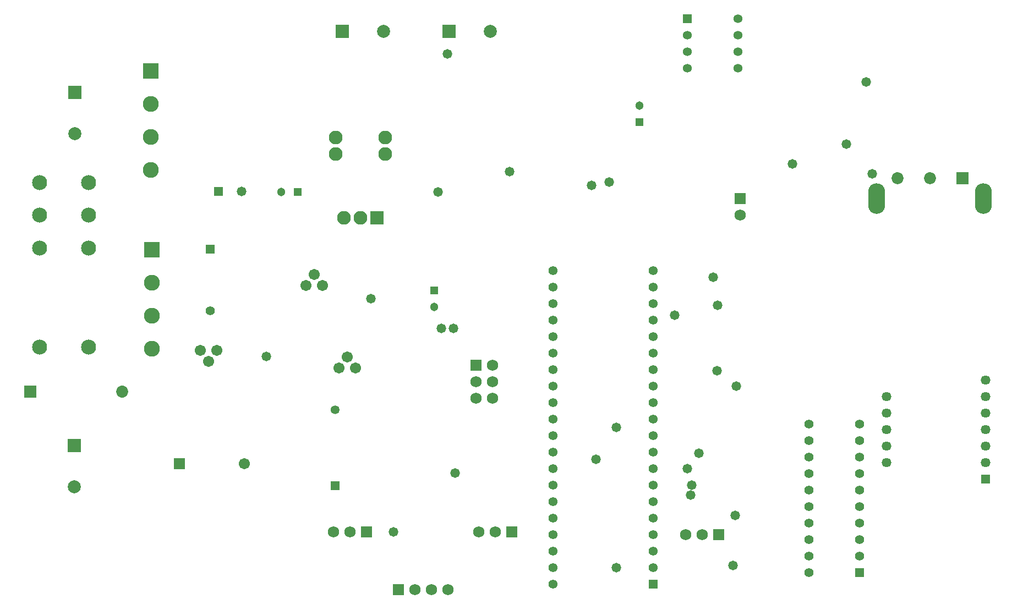
<source format=gbr>
G04*
G04 #@! TF.GenerationSoftware,Altium Limited,Altium Designer,22.4.2 (48)*
G04*
G04 Layer_Color=16711935*
%FSLAX25Y25*%
%MOIN*%
G70*
G04*
G04 #@! TF.SameCoordinates,97987FA3-2DFC-465C-9EA8-C567EA978DF9*
G04*
G04*
G04 #@! TF.FilePolarity,Negative*
G04*
G01*
G75*
%ADD54C,0.06706*%
%ADD55R,0.07887X0.07887*%
%ADD56C,0.07887*%
%ADD57C,0.05769*%
%ADD58R,0.05769X0.05769*%
%ADD59R,0.07887X0.07887*%
%ADD60R,0.09599X0.09599*%
%ADD61C,0.09599*%
%ADD62C,0.09068*%
%ADD63R,0.07296X0.07296*%
%ADD64C,0.07296*%
%ADD65R,0.05131X0.05131*%
%ADD66C,0.05131*%
%ADD67R,0.05820X0.05820*%
%ADD68C,0.05820*%
%ADD69R,0.06706X0.06706*%
%ADD70R,0.05524X0.05524*%
%ADD71C,0.05524*%
%ADD72R,0.08359X0.08359*%
%ADD73C,0.08359*%
%ADD74C,0.08300*%
%ADD75R,0.05359X0.05359*%
%ADD76C,0.05359*%
%ADD77R,0.05131X0.05131*%
%ADD78R,0.06902X0.06902*%
%ADD79C,0.06902*%
%ADD80R,0.05461X0.05461*%
%ADD81C,0.05461*%
%ADD82R,0.06902X0.06902*%
%ADD83R,0.05328X0.05328*%
%ADD84C,0.05328*%
%ADD85R,0.05485X0.05485*%
%ADD86C,0.05485*%
%ADD87C,0.07284*%
%ADD88R,0.07284X0.07284*%
G04:AMPARAMS|DCode=89|XSize=102.36mil|YSize=185.04mil|CornerRadius=51.18mil|HoleSize=0mil|Usage=FLASHONLY|Rotation=0.000|XOffset=0mil|YOffset=0mil|HoleType=Round|Shape=RoundedRectangle|*
%AMROUNDEDRECTD89*
21,1,0.10236,0.08268,0,0,0.0*
21,1,0.00000,0.18504,0,0,0.0*
1,1,0.10236,0.00000,-0.04134*
1,1,0.10236,0.00000,-0.04134*
1,1,0.10236,0.00000,0.04134*
1,1,0.10236,0.00000,0.04134*
%
%ADD89ROUNDEDRECTD89*%
G04:AMPARAMS|DCode=90|XSize=102.36mil|YSize=185.04mil|CornerRadius=51.18mil|HoleSize=0mil|Usage=FLASHONLY|Rotation=0.000|XOffset=0mil|YOffset=0mil|HoleType=Round|Shape=RoundedRectangle|*
%AMROUNDEDRECTD90*
21,1,0.10236,0.08268,0,0,0.0*
21,1,0.00000,0.18504,0,0,0.0*
1,1,0.10236,0.00000,-0.04134*
1,1,0.10236,0.00000,-0.04134*
1,1,0.10236,0.00000,0.04134*
1,1,0.10236,0.00000,0.04134*
%
%ADD90ROUNDEDRECTD90*%
%ADD91C,0.05800*%
D54*
X212500Y273000D02*
D03*
X217500Y266500D02*
D03*
X222500Y273000D02*
D03*
X296500Y262500D02*
D03*
X301500Y269000D02*
D03*
X306500Y262500D02*
D03*
X286500Y312563D02*
D03*
X281500Y319063D02*
D03*
X276500Y312563D02*
D03*
X239000Y204500D02*
D03*
D55*
X298500Y466500D02*
D03*
X363000D02*
D03*
D56*
X323500D02*
D03*
X136500Y404500D02*
D03*
X136000Y190500D02*
D03*
X388000Y466500D02*
D03*
D57*
X628000Y225000D02*
D03*
Y215000D02*
D03*
Y205000D02*
D03*
Y235000D02*
D03*
Y245000D02*
D03*
X688000Y225000D02*
D03*
Y235000D02*
D03*
Y245000D02*
D03*
Y215000D02*
D03*
Y205000D02*
D03*
Y255000D02*
D03*
D58*
Y195000D02*
D03*
D59*
X136500Y429500D02*
D03*
X136000Y215500D02*
D03*
D60*
X182500Y442500D02*
D03*
X183000Y334000D02*
D03*
D61*
X182500Y422500D02*
D03*
Y402500D02*
D03*
Y382500D02*
D03*
X183000Y314000D02*
D03*
Y294000D02*
D03*
Y274000D02*
D03*
D62*
X144764Y275000D02*
D03*
Y335079D02*
D03*
Y354921D02*
D03*
Y374764D02*
D03*
X115236D02*
D03*
Y354921D02*
D03*
Y335079D02*
D03*
Y275000D02*
D03*
D63*
X109488Y248000D02*
D03*
D64*
X165000D02*
D03*
D65*
X271343Y369000D02*
D03*
D66*
X261500D02*
D03*
X478500Y421343D02*
D03*
X354000Y299500D02*
D03*
D67*
X223500Y369500D02*
D03*
D68*
X237280D02*
D03*
D69*
X199630Y204500D02*
D03*
D70*
X218500Y334402D02*
D03*
D71*
Y297000D02*
D03*
D72*
X319500Y353500D02*
D03*
D73*
X309500D02*
D03*
X299500D02*
D03*
D74*
X324500Y392000D02*
D03*
Y402000D02*
D03*
X294500D02*
D03*
Y392000D02*
D03*
D75*
X507500Y474000D02*
D03*
D76*
Y464000D02*
D03*
Y454000D02*
D03*
Y444000D02*
D03*
X538248D02*
D03*
Y454000D02*
D03*
Y464000D02*
D03*
Y474000D02*
D03*
D77*
X478500Y411500D02*
D03*
X354000Y309343D02*
D03*
D78*
X401000Y163000D02*
D03*
X313000D02*
D03*
X332500Y128000D02*
D03*
X526500Y161500D02*
D03*
D79*
X391000Y163000D02*
D03*
X381000D02*
D03*
X303000D02*
D03*
X293000D02*
D03*
X539500Y355000D02*
D03*
X389500Y264000D02*
D03*
X379500Y254000D02*
D03*
Y244000D02*
D03*
X389500Y254000D02*
D03*
Y244000D02*
D03*
X342500Y128000D02*
D03*
X352500D02*
D03*
X362500D02*
D03*
X516500Y161500D02*
D03*
X506500D02*
D03*
D80*
X486748Y131500D02*
D03*
D81*
Y141500D02*
D03*
Y151500D02*
D03*
Y161500D02*
D03*
Y171500D02*
D03*
Y181500D02*
D03*
Y191500D02*
D03*
Y201500D02*
D03*
Y211500D02*
D03*
Y221500D02*
D03*
Y231500D02*
D03*
Y241500D02*
D03*
Y251500D02*
D03*
Y261500D02*
D03*
Y271500D02*
D03*
Y281500D02*
D03*
Y291500D02*
D03*
Y301500D02*
D03*
Y311500D02*
D03*
Y321500D02*
D03*
X426000D02*
D03*
Y311500D02*
D03*
Y301500D02*
D03*
Y291500D02*
D03*
Y281500D02*
D03*
Y271500D02*
D03*
Y261500D02*
D03*
Y251500D02*
D03*
Y241500D02*
D03*
Y231500D02*
D03*
Y221500D02*
D03*
Y211500D02*
D03*
Y201500D02*
D03*
Y191500D02*
D03*
Y181500D02*
D03*
Y171500D02*
D03*
Y161500D02*
D03*
Y151500D02*
D03*
Y141500D02*
D03*
Y131500D02*
D03*
D82*
X539500Y365000D02*
D03*
X379500Y264000D02*
D03*
D83*
X294000Y190937D02*
D03*
D84*
Y237000D02*
D03*
D85*
X611618Y138500D02*
D03*
D86*
Y148500D02*
D03*
Y158500D02*
D03*
Y168500D02*
D03*
Y178500D02*
D03*
Y188500D02*
D03*
Y198500D02*
D03*
Y208500D02*
D03*
Y218500D02*
D03*
Y228500D02*
D03*
X580988D02*
D03*
Y218500D02*
D03*
Y208500D02*
D03*
Y198500D02*
D03*
Y188500D02*
D03*
Y178500D02*
D03*
Y168500D02*
D03*
Y158500D02*
D03*
Y148500D02*
D03*
Y138500D02*
D03*
D87*
X634815Y377331D02*
D03*
X654500D02*
D03*
D88*
X674185D02*
D03*
D89*
X686783Y365126D02*
D03*
D90*
X622217D02*
D03*
D91*
X536400Y173100D02*
D03*
X356500Y369000D02*
D03*
X365795Y286500D02*
D03*
X464500Y226300D02*
D03*
X399900Y381500D02*
D03*
X603600Y398000D02*
D03*
X571200Y385973D02*
D03*
X619500Y380000D02*
D03*
X449453Y373000D02*
D03*
X366600Y198800D02*
D03*
X525500Y260600D02*
D03*
X523100Y317500D02*
D03*
X499800Y294552D02*
D03*
X452200Y207200D02*
D03*
X510100Y191500D02*
D03*
X464500Y141500D02*
D03*
X509400Y185300D02*
D03*
X315900Y304400D02*
D03*
X535000Y142900D02*
D03*
X358300Y286500D02*
D03*
X329400Y163000D02*
D03*
X507500Y201500D02*
D03*
X460000Y375100D02*
D03*
X615900Y435616D02*
D03*
X362000Y452700D02*
D03*
X514300Y210800D02*
D03*
X252400Y269374D02*
D03*
X525600Y300352D02*
D03*
X537000Y251500D02*
D03*
M02*

</source>
